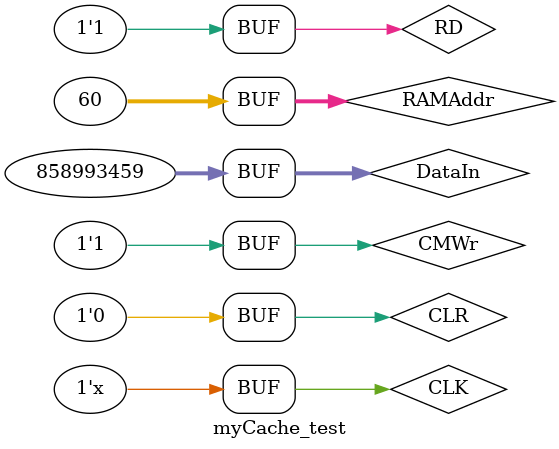
<source format=v>
`timescale 1ns / 1ps

module myCache_test;

	// Inputs
	reg CLK;
	reg CLR;
	reg [31:0] RAMAddr;
	reg RD;
	reg CMWr;
	reg [31:0] DataIn;
	

	// Outputs
	wire [17:0] CacheAddr;
	wire [13:0] ENum;
	wire [13:0] BNum;
	wire [3:0] LA;
	wire [31:0] WrAddrIn;
	wire [31:0] MDataIn;
	wire [31:0] MDataOut;
	wire [31:0] DataOut;
	wire MRd;

	// Instantiate the Unit Under Test (UUT)
	Main uut (
		.CLK(CLK), 
		.CLR(CLR), 
		.RAMAddr(RAMAddr), 
		.DataIn(DataIn), 
		.DataOut(DataOut), 
		.MDataIn(MDataIn), 
		.MDataOut(MDataOut), 
		.RD(RD), 
		.CMWr(CMWr), 
		.MRd(MRd), 
		.WrAddrIn(WrAddrIn), 
		.CacheAddr(CacheAddr), 
		.ENum(ENum), 
		.BNum(BNum), 
		.LA(LA)
	);
	
	initial begin
		// Initialize Inputs
		RD = 1;
		CMWr = 0;
		RAMAddr = 0;
		
		CLR = 1;
		CLK = 0;
		CLK = 1;
		#5;
		CLR = 0;
		#5;
		

		// Wait 100 ns for global reset to finish
		
		#100;   //Cache ÓÐÊý¾Ý£¨ÏÈ¸øCache³õÊ¼»¯Êý¾Ý£©£¬Ö±½Ó¶ÁÈ¡£¬ÔÙËÍ³ö
		CMWr = 0;
		RD = 1;
		RD = 0;   //¶Á
		RAMAddr = 32'h00000000; //Êý¾ÝµØÖ· ÇøºÅ=14`b00000000000000,¿éºÅ=14'b00000000000000
		
		#100;   //Cache ÎÞÊý¾Ý£¬´Ó´æ´¢Æ÷¶ÁÈ¡Êý¾Ý£¬È»ºóÐ´Cache£¬ÔÙËÍ³ö
		CMWr = 0;
		RD = 1;
		RD = 0;   //¶Á
		RAMAddr = 32'h00000014; //Êý¾ÝµØÖ· ÇøºÅ=14'b00000000000000,¿éºÅ=14'b00000000000001
		
		#100;   //ÐÞ¸Ä´æ´¢Æ÷
		RD = 1;
		CMWr = 0;
		CMWr = 1;   //Ð´
		RAMAddr = 32'h00000028; //Êý¾ÝµØÖ· ÇøºÅ=14'b00000000000000,¿éºÅ=14'b00000000000010
		DataIn = 32'h88888888;    //ÓÃÕâ¸öÊý¾ÝÐÞ¸Ä´æ´¢Æ÷µ¥ÔªÄÚÈÝ
		
		#100;   //ÐÞ¸ÄCacheºÍ´æ´¢Æ÷
		RD = 1;
		CMWr = 0;
		CMWr = 1;   //Ð´
		RAMAddr = 32'h0000003C; //Êý¾ÝµØÖ· ÇøºÅ=14`b00000000000000,¿éºÅ=14'b00000000000011
		DataIn = 32'h33333333;    //ÓÃÕâ¸öÊý¾ÝÐÞ¸Ä¸ÃµØÖ·µÄCacheºÍ´æ´¢Æ÷µ¥ÔªÄÚÈÝ
		
	end
	
	always #5
			CLK = ~CLK;
      
endmodule


</source>
